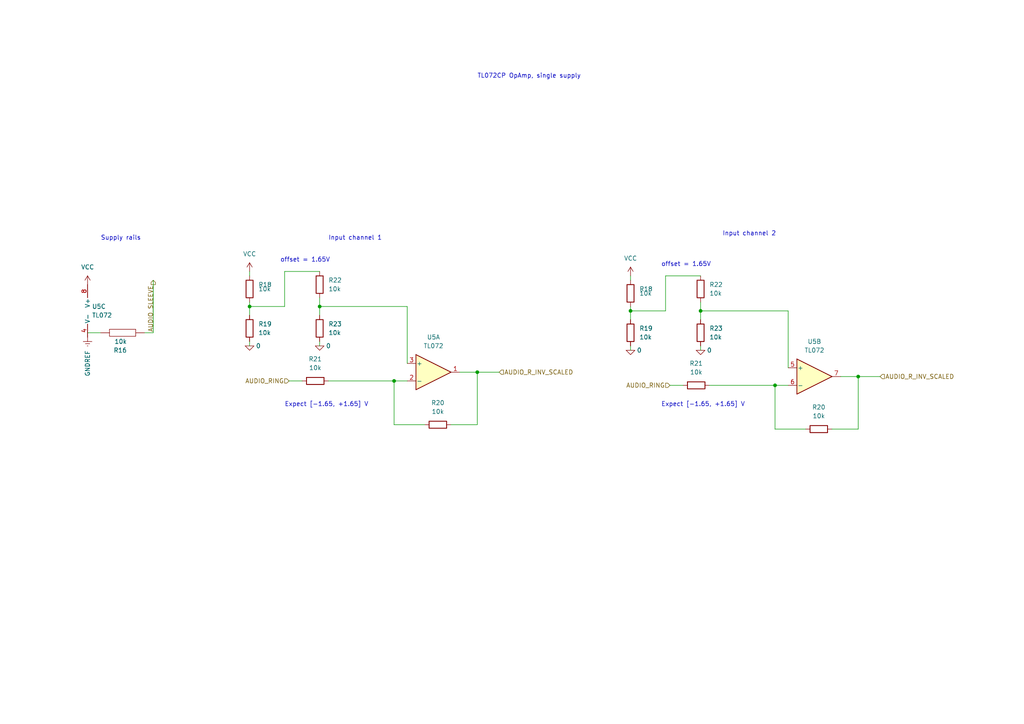
<source format=kicad_sch>
(kicad_sch (version 20230121) (generator eeschema)
  (paper "A4")
  (lib_symbols
    (symbol "Amplifier_Operational:TL072" (pin_names (offset 0.127))
      (property "Reference" "U" (at 0 5.08 0))
      (property "Value" "TL072" (at 0 -5.08 0))
      (symbol "TL072_1_1"
        (polyline (pts (xy -5.08 5.08) (xy 5.08 0) (xy -5.08 -5.08) (xy -5.08 5.08)) (stroke (width 0.254)) (fill (type background)))
        (pin output line (at 7.62 0 180) (length 2.54) (name "~") (number "1"))
        (pin input line (at -7.62 -2.54 0) (length 2.54) (name "-") (number "2"))
        (pin input line (at -7.62 2.54 0) (length 2.54) (name "+") (number "3"))
      )
      (symbol "TL072_2_1"
        (polyline (pts (xy -5.08 5.08) (xy 5.08 0) (xy -5.08 -5.08) (xy -5.08 5.08)) (stroke (width 0.254)) (fill (type background)))
        (pin input line (at -7.62 2.54 0) (length 2.54) (name "+") (number "5"))
        (pin input line (at -7.62 -2.54 0) (length 2.54) (name "-") (number "6"))
        (pin output line (at 7.62 0 180) (length 2.54) (name "~") (number "7"))
      )
      (symbol "TL072_3_1"
        (pin power_in line (at -2.54 -7.62 90) (length 3.81) (name "V-") (number "4"))
        (pin power_in line (at -2.54 7.62 270) (length 3.81) (name "V+") (number "8"))
      )
    )
    (symbol "Device:R" (pin_numbers hide) (pin_names (offset 0))
      (property "Reference" "R" (at 2.032 0 90))
      (property "Value" "R" (at 0 0 90))
      (symbol "R_0_1"
        (rectangle (start -1.016 -2.54) (end 1.016 2.54) (stroke (width 0.254)))
      )
      (symbol "R_1_1"
        (pin passive line (at 0 3.81 270) (length 1.27) (name "~") (number "1"))
        (pin passive line (at 0 -3.81 90) (length 1.27) (name "~") (number "2"))
      )
    )
    (symbol "Simulation_SPICE:0" (power) (pin_names (offset 0))
      (property "Value" "0" (at 0 -1.778 0))
      (symbol "0_0_1"
        (polyline (pts (xy -1.27 0) (xy 0 -1.27) (xy 1.27 0) (xy -1.27 0)))
      )
      (symbol "0_1_1"
        (pin power_in line (at 0 0 0) (length 0) hide (name "0") (number "1"))
      )
    )
    (symbol "power:GNDREF" (power) (pin_names (offset 0))
      (property "Value" "GNDREF" (at 0 -3.81 0))
      (symbol "GNDREF_0_1"
        (polyline (pts (xy -0.635 -1.905) (xy 0.635 -1.905)))
        (polyline (pts (xy -0.127 -2.54) (xy 0.127 -2.54)))
        (polyline (pts (xy 0 -1.27) (xy 0 0)))
        (polyline (pts (xy 1.27 -1.27) (xy -1.27 -1.27)))
      )
      (symbol "GNDREF_1_1"
        (pin power_in line (at 0 0 270) (length 0) hide (name "GNDREF") (number "1"))
      )
    )
    (symbol "power:VCC" (power) (pin_names (offset 0))
      (property "Value" "VCC" (at 0 3.81 0))
      (symbol "VCC_0_1"
        (polyline (pts (xy -0.762 1.27) (xy 0 2.54)))
        (polyline (pts (xy 0 0) (xy 0 2.54)))
        (polyline (pts (xy 0 2.54) (xy 0.762 1.27)))
      )
      (symbol "VCC_1_1"
        (pin power_in line (at 0 0 90) (length 0) hide (name "VCC") (number "1"))
      )
    )
    (symbol "pspice:R" (pin_numbers hide) (pin_names (offset 0))
      (property "Reference" "R" (at 2.032 0 90))
      (property "Value" "R" (at 0 0 90))
      (symbol "R_0_1"
        (rectangle (start -1.016 3.81) (end 1.016 -3.81))
      )
      (symbol "R_1_1"
        (pin passive line (at 0 6.35 270) (length 2.54) (name "~") (number "1"))
        (pin passive line (at 0 -6.35 90) (length 2.54) (name "~") (number "2"))
      )
    )
  )
  (junction (at 248.92 109.22))
  (junction (at 114.3 110.49))
  (junction (at 182.88 90.17))
  (junction (at 138.43 107.95))
  (junction (at 72.39 88.9))
  (junction (at 224.79 111.76))
  (junction (at 203.2 90.17))
  (junction (at 92.71 88.9))
  (wire (pts (xy 182.88 101.6) (xy 182.88 100.33)))
  (wire (pts (xy 123.19 123.19) (xy 114.3 123.19)))
  (wire (pts (xy 224.79 111.76) (xy 228.6 111.76)))
  (wire (pts (xy 205.74 111.76) (xy 224.79 111.76)))
  (wire (pts (xy 133.35 107.95) (xy 138.43 107.95)))
  (wire (pts (xy 114.3 110.49) (xy 118.11 110.49)))
  (wire (pts (xy 25.4 96.52) (xy 29.21 96.52)))
  (wire (pts (xy 182.88 88.9) (xy 182.88 90.17)))
  (wire (pts (xy 72.39 88.9) (xy 72.39 91.44)))
  (wire (pts (xy 182.88 90.17) (xy 193.04 90.17)))
  (wire (pts (xy 72.39 78.74) (xy 72.39 80.01)))
  (wire (pts (xy 82.55 88.9) (xy 82.55 78.74)))
  (wire (pts (xy 248.92 124.46) (xy 241.3 124.46)))
  (wire (pts (xy 83.82 110.49) (xy 87.63 110.49)))
  (wire (pts (xy 248.92 109.22) (xy 255.27 109.22)))
  (wire (pts (xy 138.43 107.95) (xy 138.43 123.19)))
  (wire (pts (xy 182.88 90.17) (xy 182.88 92.71)))
  (wire (pts (xy 72.39 88.9) (xy 82.55 88.9)))
  (wire (pts (xy 92.71 86.36) (xy 92.71 88.9)))
  (wire (pts (xy 72.39 100.33) (xy 72.39 99.06)))
  (wire (pts (xy 194.31 111.76) (xy 198.12 111.76)))
  (wire (pts (xy 138.43 107.95) (xy 144.78 107.95)))
  (wire (pts (xy 44.45 81.28) (xy 44.45 96.52)))
  (wire (pts (xy 92.71 88.9) (xy 118.11 88.9)))
  (wire (pts (xy 138.43 123.19) (xy 130.81 123.19)))
  (wire (pts (xy 228.6 90.17) (xy 228.6 106.68)))
  (wire (pts (xy 203.2 90.17) (xy 203.2 92.71)))
  (wire (pts (xy 72.39 87.63) (xy 72.39 88.9)))
  (wire (pts (xy 193.04 80.01) (xy 203.2 80.01)))
  (wire (pts (xy 118.11 88.9) (xy 118.11 105.41)))
  (wire (pts (xy 92.71 99.06) (xy 92.71 100.33)))
  (wire (pts (xy 203.2 90.17) (xy 228.6 90.17)))
  (wire (pts (xy 95.25 110.49) (xy 114.3 110.49)))
  (wire (pts (xy 82.55 78.74) (xy 92.71 78.74)))
  (wire (pts (xy 203.2 87.63) (xy 203.2 90.17)))
  (wire (pts (xy 41.91 96.52) (xy 44.45 96.52)))
  (wire (pts (xy 193.04 90.17) (xy 193.04 80.01)))
  (wire (pts (xy 243.84 109.22) (xy 248.92 109.22)))
  (wire (pts (xy 92.71 88.9) (xy 92.71 91.44)))
  (wire (pts (xy 114.3 123.19) (xy 114.3 110.49)))
  (wire (pts (xy 248.92 109.22) (xy 248.92 124.46)))
  (wire (pts (xy 224.79 124.46) (xy 224.79 111.76)))
  (wire (pts (xy 203.2 100.33) (xy 203.2 101.6)))
  (wire (pts (xy 233.68 124.46) (xy 224.79 124.46)))
  (wire (pts (xy 182.88 80.01) (xy 182.88 81.28)))
  (text "offset = 1.65V" (at 81.28 76.2 0) (effects (font (size 1.27 1.27)) (justify left bottom)))
  (text "Expect [-1.65, +1.65] V" (at 191.77 118.11 0) (effects (font (size 1.27 1.27)) (justify left bottom)))
  (text "offset = 1.65V" (at 191.77 77.47 0) (effects (font (size 1.27 1.27)) (justify left bottom)))
  (text "Input channel 1" (at 95.25 69.85 0) (effects (font (size 1.27 1.27)) (justify left bottom)))
  (text "Supply rails" (at 29.21 69.85 0) (effects (font (size 1.27 1.27)) (justify left bottom)))
  (text "TL072CP OpAmp, single supply" (at 138.43 22.86 0) (effects (font (size 1.27 1.27)) (justify left bottom)))
  (text "Expect [-1.65, +1.65] V" (at 82.55 118.11 0) (effects (font (size 1.27 1.27)) (justify left bottom)))
  (text "Input channel 2" (at 209.55 68.58 0) (effects (font (size 1.27 1.27)) (justify left bottom)))
  (hierarchical_label "AUDIO_R_INV_SCALED" (shape input) (at 255.27 109.22 0))
  (hierarchical_label "AUDIO_R_INV_SCALED" (shape input) (at 144.78 107.95 0))
  (hierarchical_label "AUDIO_SLEEVE" (shape input) (at 44.45 81.28 270))
  (hierarchical_label "AUDIO_RING" (shape input) (at 194.31 111.76 180))
  (hierarchical_label "AUDIO_RING" (shape input) (at 83.82 110.49 180))
  (symbol (lib_id "Simulation_SPICE:0") (at 92.71 100.33 0) (unit 1)
    (property "Reference" "#GND012" (effects hide))
    (property "Value" "0" (at 95.25 100.33 0))
    (instances (project "OpAmpSimulation" (path "" (reference "#GND012") (unit 1))) (project "stm32f030_adc" (path "" (reference "#GND03") (unit 1))))
  )
  (symbol (lib_id "power:VCC") (at 182.88 80.01 0) (unit 1)
    (property "Reference" "#PWR04" (effects hide))
    (property "Value" "VCC" (at 182.88 74.93 0))
    (instances (project "stm32f030_adc" (path "" (reference "#PWR04") (unit 1)) (path "" (reference "#PWR010") (unit 1))))
  )
  (symbol (lib_id "Device:R") (at 237.49 124.46 90) (unit 1)
    (property "Reference" "R20" (at 237.49 118.11 90))
    (property "Value" "10k" (at 237.49 120.65 90))
    (instances (project "OpAmpSimulation" (path "" (reference "R20") (unit 1))) (project "stm32f030_adc" (path "" (reference "R28") (unit 1))))
  )
  (symbol (lib_id "Amplifier_Operational:TL072") (at 236.22 109.22 0) (unit 2)
    (property "Reference" "U5" (at 236.22 99.06 0))
    (property "Value" "TL072" (at 236.22 101.6 0))
    (property "Datasheet" "http://www.ti.com/lit/ds/symlink/tl071.pdf" (effects hide))
    (instances (project "stm32f030_adc" (path "" (reference "U5") (unit 2)) (path "" (reference "U3") (unit 2))))
  )
  (symbol (lib_id "Device:R") (at 203.2 96.52 180) (unit 1)
    (property "Reference" "R23" (at 205.74 95.25 0) (effects (justify right)))
    (property "Value" "10k" (at 205.74 97.79 0) (effects (justify right)))
    (instances (project "OpAmpSimulation" (path "" (reference "R23") (unit 1))) (project "stm32f030_adc" (path "" (reference "R27") (unit 1))))
  )
  (symbol (lib_id "Device:R") (at 92.71 95.25 180) (unit 1)
    (property "Reference" "R23" (at 95.25 93.98 0) (effects (justify right)))
    (property "Value" "10k" (at 95.25 96.52 0) (effects (justify right)))
    (instances (project "OpAmpSimulation" (path "" (reference "R23") (unit 1))) (project "stm32f030_adc" (path "" (reference "R24") (unit 1))))
  )
  (symbol (lib_id "Device:R") (at 127 123.19 90) (unit 1)
    (property "Reference" "R20" (at 127 116.84 90))
    (property "Value" "10k" (at 127 119.38 90))
    (instances (project "OpAmpSimulation" (path "" (reference "R20") (unit 1))) (project "stm32f030_adc" (path "" (reference "R26") (unit 1))))
  )
  (symbol (lib_id "Amplifier_Operational:TL072") (at 125.73 107.95 0) (unit 1)
    (property "Reference" "U5" (at 125.73 97.79 0))
    (property "Value" "TL072" (at 125.73 100.33 0))
    (property "Datasheet" "http://www.ti.com/lit/ds/symlink/tl071.pdf" (effects hide))
    (instances (project "stm32f030_adc" (path "" (reference "U5") (unit 1)) (path "" (reference "U3") (unit 1))))
  )
  (symbol (lib_id "power:VCC") (at 25.4 82.55 0) (unit 1)
    (property "Reference" "#PWR04" (effects hide))
    (property "Value" "VCC" (at 25.4 77.47 0))
  )
  (symbol (lib_id "Device:R") (at 182.88 85.09 180) (unit 1)
    (property "Reference" "R18" (at 185.42 83.82 0) (effects (justify right)))
    (property "Value" "10k" (at 185.42 85.09 0) (effects (justify right)))
    (instances (project "OpAmpSimulation" (path "" (reference "R18") (unit 1))) (project "stm32f030_adc" (path "" (reference "R13") (unit 1))))
  )
  (symbol (lib_id "Device:R") (at 201.93 111.76 90) (unit 1)
    (property "Reference" "R21" (at 201.93 105.41 90))
    (property "Value" "10k" (at 201.93 107.95 90))
    (instances (project "OpAmpSimulation" (path "" (reference "R21") (unit 1))) (project "stm32f030_adc" (path "" (reference "R15") (unit 1))))
  )
  (symbol (lib_id "Device:R") (at 92.71 82.55 180) (unit 1)
    (property "Reference" "R22" (at 95.25 81.28 0) (effects (justify right)))
    (property "Value" "10k" (at 95.25 83.82 0) (effects (justify right)))
    (instances (project "OpAmpSimulation" (path "" (reference "R22") (unit 1))) (project "stm32f030_adc" (path "" (reference "R23") (unit 1))))
  )
  (symbol (lib_id "Device:R") (at 72.39 95.25 180) (unit 1)
    (property "Reference" "R19" (at 74.93 93.98 0) (effects (justify right)))
    (property "Value" "10k" (at 74.93 96.52 0) (effects (justify right)))
    (instances (project "OpAmpSimulation" (path "" (reference "R19") (unit 1))) (project "stm32f030_adc" (path "" (reference "R22") (unit 1))))
  )
  (symbol (lib_id "power:GNDREF") (at 25.4 97.79 0) (unit 1)
    (property "Reference" "#PWR05" (effects hide))
    (property "Value" "GNDREF" (at 25.4001 101.6 90) (effects (justify right)))
  )
  (symbol (lib_id "Device:R") (at 72.39 83.82 180) (unit 1)
    (property "Reference" "R18" (at 74.93 82.55 0) (effects (justify right)))
    (property "Value" "10k" (at 74.93 83.82 0) (effects (justify right)))
    (instances (project "OpAmpSimulation" (path "" (reference "R18") (unit 1))) (project "stm32f030_adc" (path "" (reference "R21") (unit 1))))
  )
  (symbol (lib_id "Simulation_SPICE:0") (at 203.2 101.6 0) (unit 1)
    (property "Reference" "#GND012" (effects hide))
    (property "Value" "0" (at 205.74 101.6 0))
    (instances (project "OpAmpSimulation" (path "" (reference "#GND012") (unit 1))) (project "stm32f030_adc" (path "" (reference "#GND04") (unit 1))))
  )
  (symbol (lib_id "Amplifier_Operational:TL072") (at 27.94 90.17 0) (unit 3)
    (property "Reference" "U5" (at 26.67 88.9 0) (effects (justify left)))
    (property "Value" "TL072" (at 26.67 91.44 0) (effects (justify left)))
    (property "Datasheet" "http://www.ti.com/lit/ds/symlink/tl071.pdf" (effects hide))
    (instances (project "stm32f030_adc" (path "" (reference "U5") (unit 3)) (path "" (reference "U3") (unit 3))))
  )
  (symbol (lib_id "power:VCC") (at 72.39 78.74 0) (unit 1)
    (property "Reference" "#PWR04" (effects hide))
    (property "Value" "VCC" (at 72.39 73.66 0))
    (instances (project "stm32f030_adc" (path "" (reference "#PWR04") (unit 1)) (path "" (reference "#PWR09") (unit 1))))
  )
  (symbol (lib_id "Simulation_SPICE:0") (at 182.88 101.6 0) (unit 1)
    (property "Reference" "#GND011" (effects hide))
    (property "Value" "0" (at 185.42 101.6 0))
    (instances (project "OpAmpSimulation" (path "" (reference "#GND011") (unit 1))) (project "stm32f030_adc" (path "" (reference "#GND01") (unit 1))))
  )
  (symbol (lib_id "Device:R") (at 203.2 83.82 180) (unit 1)
    (property "Reference" "R22" (at 205.74 82.55 0) (effects (justify right)))
    (property "Value" "10k" (at 205.74 85.09 0) (effects (justify right)))
    (instances (project "OpAmpSimulation" (path "" (reference "R22") (unit 1))) (project "stm32f030_adc" (path "" (reference "R16") (unit 1))))
  )
  (symbol (lib_id "Device:R") (at 91.44 110.49 90) (unit 1)
    (property "Reference" "R21" (at 91.44 104.14 90))
    (property "Value" "10k" (at 91.44 106.68 90))
    (instances (project "OpAmpSimulation" (path "" (reference "R21") (unit 1))) (project "stm32f030_adc" (path "" (reference "R25") (unit 1))))
  )
  (symbol (lib_id "Simulation_SPICE:0") (at 72.39 100.33 0) (unit 1)
    (property "Reference" "#GND011" (effects hide))
    (property "Value" "0" (at 74.93 100.33 0))
    (instances (project "OpAmpSimulation" (path "" (reference "#GND011") (unit 1))) (project "stm32f030_adc" (path "" (reference "#GND02") (unit 1))))
  )
  (symbol (lib_id "Device:R") (at 182.88 96.52 180) (unit 1)
    (property "Reference" "R19" (at 185.42 95.25 0) (effects (justify right)))
    (property "Value" "10k" (at 185.42 97.79 0) (effects (justify right)))
    (instances (project "OpAmpSimulation" (path "" (reference "R19") (unit 1))) (project "stm32f030_adc" (path "" (reference "R14") (unit 1))))
  )
  (symbol (lib_id "pspice:R") (at 35.56 96.52 90) (unit 1)
    (property "Reference" "R16" (at 36.83 101.6 90) (effects (justify left)))
    (property "Value" "10k" (at 36.83 99.06 90) (effects (justify left)))
    (instances (project "stm32f030_adc" (path "" (reference "R16") (unit 1)) (path "" (reference "R3") (unit 1))))
  )
)
</source>
